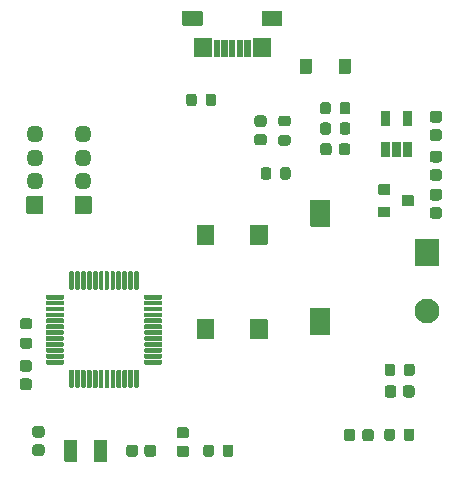
<source format=gts>
G04 #@! TF.GenerationSoftware,KiCad,Pcbnew,5.1.8*
G04 #@! TF.CreationDate,2021-01-23T15:50:44+08:00*
G04 #@! TF.ProjectId,medicine_timer_pcb,6d656469-6369-46e6-955f-74696d65725f,rev?*
G04 #@! TF.SameCoordinates,Original*
G04 #@! TF.FileFunction,Soldermask,Top*
G04 #@! TF.FilePolarity,Negative*
%FSLAX46Y46*%
G04 Gerber Fmt 4.6, Leading zero omitted, Abs format (unit mm)*
G04 Created by KiCad (PCBNEW 5.1.8) date 2021-01-23 15:50:44*
%MOMM*%
%LPD*%
G01*
G04 APERTURE LIST*
%ADD10C,2.100000*%
%ADD11O,1.450000X1.450000*%
G04 APERTURE END LIST*
G36*
G01*
X101575000Y-79570000D02*
X101575000Y-80950000D01*
G75*
G02*
X101525000Y-81000000I-50000J0D01*
G01*
X101075000Y-81000000D01*
G75*
G02*
X101025000Y-80950000I0J50000D01*
G01*
X101025000Y-79570000D01*
G75*
G02*
X101075000Y-79520000I50000J0D01*
G01*
X101525000Y-79520000D01*
G75*
G02*
X101575000Y-79570000I0J-50000D01*
G01*
G37*
G36*
G01*
X100925000Y-79570000D02*
X100925000Y-80950000D01*
G75*
G02*
X100875000Y-81000000I-50000J0D01*
G01*
X100425000Y-81000000D01*
G75*
G02*
X100375000Y-80950000I0J50000D01*
G01*
X100375000Y-79570000D01*
G75*
G02*
X100425000Y-79520000I50000J0D01*
G01*
X100875000Y-79520000D01*
G75*
G02*
X100925000Y-79570000I0J-50000D01*
G01*
G37*
G36*
G01*
X100275000Y-79570000D02*
X100275000Y-80950000D01*
G75*
G02*
X100225000Y-81000000I-50000J0D01*
G01*
X99775000Y-81000000D01*
G75*
G02*
X99725000Y-80950000I0J50000D01*
G01*
X99725000Y-79570000D01*
G75*
G02*
X99775000Y-79520000I50000J0D01*
G01*
X100225000Y-79520000D01*
G75*
G02*
X100275000Y-79570000I0J-50000D01*
G01*
G37*
G36*
G01*
X99625000Y-79570000D02*
X99625000Y-80950000D01*
G75*
G02*
X99575000Y-81000000I-50000J0D01*
G01*
X99125000Y-81000000D01*
G75*
G02*
X99075000Y-80950000I0J50000D01*
G01*
X99075000Y-79570000D01*
G75*
G02*
X99125000Y-79520000I50000J0D01*
G01*
X99575000Y-79520000D01*
G75*
G02*
X99625000Y-79570000I0J-50000D01*
G01*
G37*
G36*
G01*
X98975000Y-79570000D02*
X98975000Y-80950000D01*
G75*
G02*
X98925000Y-81000000I-50000J0D01*
G01*
X98475000Y-81000000D01*
G75*
G02*
X98425000Y-80950000I0J50000D01*
G01*
X98425000Y-79570000D01*
G75*
G02*
X98475000Y-79520000I50000J0D01*
G01*
X98925000Y-79520000D01*
G75*
G02*
X98975000Y-79570000I0J-50000D01*
G01*
G37*
G36*
G01*
X103250000Y-79400000D02*
X103250000Y-80950000D01*
G75*
G02*
X103200000Y-81000000I-50000J0D01*
G01*
X101775000Y-81000000D01*
G75*
G02*
X101725000Y-80950000I0J50000D01*
G01*
X101725000Y-79400000D01*
G75*
G02*
X101775000Y-79350000I50000J0D01*
G01*
X103200000Y-79350000D01*
G75*
G02*
X103250000Y-79400000I0J-50000D01*
G01*
G37*
G36*
G01*
X98275000Y-79400000D02*
X98275000Y-80950000D01*
G75*
G02*
X98225000Y-81000000I-50000J0D01*
G01*
X96800000Y-81000000D01*
G75*
G02*
X96750000Y-80950000I0J50000D01*
G01*
X96750000Y-79400000D01*
G75*
G02*
X96800000Y-79350000I50000J0D01*
G01*
X98225000Y-79350000D01*
G75*
G02*
X98275000Y-79400000I0J-50000D01*
G01*
G37*
G36*
G01*
X104250000Y-77150000D02*
X104250000Y-78250000D01*
G75*
G02*
X104200000Y-78300000I-50000J0D01*
G01*
X102550000Y-78300000D01*
G75*
G02*
X102500000Y-78250000I0J50000D01*
G01*
X102500000Y-77150000D01*
G75*
G02*
X102550000Y-77100000I50000J0D01*
G01*
X104200000Y-77100000D01*
G75*
G02*
X104250000Y-77150000I0J-50000D01*
G01*
G37*
G36*
G01*
X97500000Y-77150000D02*
X97500000Y-78250000D01*
G75*
G02*
X97450000Y-78300000I-50000J0D01*
G01*
X95800000Y-78300000D01*
G75*
G02*
X95750000Y-78250000I0J50000D01*
G01*
X95750000Y-77150000D01*
G75*
G02*
X95800000Y-77100000I50000J0D01*
G01*
X97450000Y-77100000D01*
G75*
G02*
X97500000Y-77150000I0J-50000D01*
G01*
G37*
G36*
G01*
X89400000Y-113400000D02*
X89400000Y-115200000D01*
G75*
G02*
X89350000Y-115250000I-50000J0D01*
G01*
X88350000Y-115250000D01*
G75*
G02*
X88300000Y-115200000I0J50000D01*
G01*
X88300000Y-113400000D01*
G75*
G02*
X88350000Y-113350000I50000J0D01*
G01*
X89350000Y-113350000D01*
G75*
G02*
X89400000Y-113400000I0J-50000D01*
G01*
G37*
G36*
G01*
X86900000Y-113400000D02*
X86900000Y-115200000D01*
G75*
G02*
X86850000Y-115250000I-50000J0D01*
G01*
X85850000Y-115250000D01*
G75*
G02*
X85800000Y-115200000I0J50000D01*
G01*
X85800000Y-113400000D01*
G75*
G02*
X85850000Y-113350000I50000J0D01*
G01*
X86850000Y-113350000D01*
G75*
G02*
X86900000Y-113400000I0J-50000D01*
G01*
G37*
G36*
G01*
X117550000Y-96400000D02*
X117550000Y-98600000D01*
G75*
G02*
X117500000Y-98650000I-50000J0D01*
G01*
X115500000Y-98650000D01*
G75*
G02*
X115450000Y-98600000I0J50000D01*
G01*
X115450000Y-96400000D01*
G75*
G02*
X115500000Y-96350000I50000J0D01*
G01*
X117500000Y-96350000D01*
G75*
G02*
X117550000Y-96400000I0J-50000D01*
G01*
G37*
D10*
X116500000Y-102500000D03*
G36*
G01*
X97750000Y-84900000D02*
X97750000Y-84300000D01*
G75*
G02*
X97975000Y-84075000I225000J0D01*
G01*
X98425000Y-84075000D01*
G75*
G02*
X98650000Y-84300000I0J-225000D01*
G01*
X98650000Y-84900000D01*
G75*
G02*
X98425000Y-85125000I-225000J0D01*
G01*
X97975000Y-85125000D01*
G75*
G02*
X97750000Y-84900000I0J225000D01*
G01*
G37*
G36*
G01*
X96100000Y-84900000D02*
X96100000Y-84300000D01*
G75*
G02*
X96325000Y-84075000I225000J0D01*
G01*
X96775000Y-84075000D01*
G75*
G02*
X97000000Y-84300000I0J-225000D01*
G01*
X97000000Y-84900000D01*
G75*
G02*
X96775000Y-85125000I-225000J0D01*
G01*
X96325000Y-85125000D01*
G75*
G02*
X96100000Y-84900000I0J225000D01*
G01*
G37*
G36*
G01*
X106725000Y-81150000D02*
X106725000Y-82350000D01*
G75*
G02*
X106675000Y-82400000I-50000J0D01*
G01*
X105775000Y-82400000D01*
G75*
G02*
X105725000Y-82350000I0J50000D01*
G01*
X105725000Y-81150000D01*
G75*
G02*
X105775000Y-81100000I50000J0D01*
G01*
X106675000Y-81100000D01*
G75*
G02*
X106725000Y-81150000I0J-50000D01*
G01*
G37*
G36*
G01*
X110025000Y-81150000D02*
X110025000Y-82350000D01*
G75*
G02*
X109975000Y-82400000I-50000J0D01*
G01*
X109075000Y-82400000D01*
G75*
G02*
X109025000Y-82350000I0J50000D01*
G01*
X109025000Y-81150000D01*
G75*
G02*
X109075000Y-81100000I50000J0D01*
G01*
X109975000Y-81100000D01*
G75*
G02*
X110025000Y-81150000I0J-50000D01*
G01*
G37*
D11*
X83275000Y-87500000D03*
X83275000Y-89500000D03*
X83275000Y-91500000D03*
G36*
G01*
X84000000Y-92825000D02*
X84000000Y-94175000D01*
G75*
G02*
X83950000Y-94225000I-50000J0D01*
G01*
X82600000Y-94225000D01*
G75*
G02*
X82550000Y-94175000I0J50000D01*
G01*
X82550000Y-92825000D01*
G75*
G02*
X82600000Y-92775000I50000J0D01*
G01*
X83950000Y-92775000D01*
G75*
G02*
X84000000Y-92825000I0J-50000D01*
G01*
G37*
X87400000Y-87500000D03*
X87400000Y-89500000D03*
X87400000Y-91500000D03*
G36*
G01*
X88125000Y-92825000D02*
X88125000Y-94175000D01*
G75*
G02*
X88075000Y-94225000I-50000J0D01*
G01*
X86725000Y-94225000D01*
G75*
G02*
X86675000Y-94175000I0J50000D01*
G01*
X86675000Y-92825000D01*
G75*
G02*
X86725000Y-92775000I50000J0D01*
G01*
X88075000Y-92775000D01*
G75*
G02*
X88125000Y-92825000I0J-50000D01*
G01*
G37*
G36*
G01*
X85675000Y-107000000D02*
X84300000Y-107000000D01*
G75*
G02*
X84200000Y-106900000I0J100000D01*
G01*
X84200000Y-106700000D01*
G75*
G02*
X84300000Y-106600000I100000J0D01*
G01*
X85675000Y-106600000D01*
G75*
G02*
X85775000Y-106700000I0J-100000D01*
G01*
X85775000Y-106900000D01*
G75*
G02*
X85675000Y-107000000I-100000J0D01*
G01*
G37*
G36*
G01*
X85675000Y-106500000D02*
X84300000Y-106500000D01*
G75*
G02*
X84200000Y-106400000I0J100000D01*
G01*
X84200000Y-106200000D01*
G75*
G02*
X84300000Y-106100000I100000J0D01*
G01*
X85675000Y-106100000D01*
G75*
G02*
X85775000Y-106200000I0J-100000D01*
G01*
X85775000Y-106400000D01*
G75*
G02*
X85675000Y-106500000I-100000J0D01*
G01*
G37*
G36*
G01*
X85675000Y-106000000D02*
X84300000Y-106000000D01*
G75*
G02*
X84200000Y-105900000I0J100000D01*
G01*
X84200000Y-105700000D01*
G75*
G02*
X84300000Y-105600000I100000J0D01*
G01*
X85675000Y-105600000D01*
G75*
G02*
X85775000Y-105700000I0J-100000D01*
G01*
X85775000Y-105900000D01*
G75*
G02*
X85675000Y-106000000I-100000J0D01*
G01*
G37*
G36*
G01*
X85675000Y-105500000D02*
X84300000Y-105500000D01*
G75*
G02*
X84200000Y-105400000I0J100000D01*
G01*
X84200000Y-105200000D01*
G75*
G02*
X84300000Y-105100000I100000J0D01*
G01*
X85675000Y-105100000D01*
G75*
G02*
X85775000Y-105200000I0J-100000D01*
G01*
X85775000Y-105400000D01*
G75*
G02*
X85675000Y-105500000I-100000J0D01*
G01*
G37*
G36*
G01*
X85675000Y-105000000D02*
X84300000Y-105000000D01*
G75*
G02*
X84200000Y-104900000I0J100000D01*
G01*
X84200000Y-104700000D01*
G75*
G02*
X84300000Y-104600000I100000J0D01*
G01*
X85675000Y-104600000D01*
G75*
G02*
X85775000Y-104700000I0J-100000D01*
G01*
X85775000Y-104900000D01*
G75*
G02*
X85675000Y-105000000I-100000J0D01*
G01*
G37*
G36*
G01*
X85675000Y-104500000D02*
X84300000Y-104500000D01*
G75*
G02*
X84200000Y-104400000I0J100000D01*
G01*
X84200000Y-104200000D01*
G75*
G02*
X84300000Y-104100000I100000J0D01*
G01*
X85675000Y-104100000D01*
G75*
G02*
X85775000Y-104200000I0J-100000D01*
G01*
X85775000Y-104400000D01*
G75*
G02*
X85675000Y-104500000I-100000J0D01*
G01*
G37*
G36*
G01*
X85675000Y-104000000D02*
X84300000Y-104000000D01*
G75*
G02*
X84200000Y-103900000I0J100000D01*
G01*
X84200000Y-103700000D01*
G75*
G02*
X84300000Y-103600000I100000J0D01*
G01*
X85675000Y-103600000D01*
G75*
G02*
X85775000Y-103700000I0J-100000D01*
G01*
X85775000Y-103900000D01*
G75*
G02*
X85675000Y-104000000I-100000J0D01*
G01*
G37*
G36*
G01*
X85675000Y-103500000D02*
X84300000Y-103500000D01*
G75*
G02*
X84200000Y-103400000I0J100000D01*
G01*
X84200000Y-103200000D01*
G75*
G02*
X84300000Y-103100000I100000J0D01*
G01*
X85675000Y-103100000D01*
G75*
G02*
X85775000Y-103200000I0J-100000D01*
G01*
X85775000Y-103400000D01*
G75*
G02*
X85675000Y-103500000I-100000J0D01*
G01*
G37*
G36*
G01*
X85675000Y-103000000D02*
X84300000Y-103000000D01*
G75*
G02*
X84200000Y-102900000I0J100000D01*
G01*
X84200000Y-102700000D01*
G75*
G02*
X84300000Y-102600000I100000J0D01*
G01*
X85675000Y-102600000D01*
G75*
G02*
X85775000Y-102700000I0J-100000D01*
G01*
X85775000Y-102900000D01*
G75*
G02*
X85675000Y-103000000I-100000J0D01*
G01*
G37*
G36*
G01*
X85675000Y-102500000D02*
X84300000Y-102500000D01*
G75*
G02*
X84200000Y-102400000I0J100000D01*
G01*
X84200000Y-102200000D01*
G75*
G02*
X84300000Y-102100000I100000J0D01*
G01*
X85675000Y-102100000D01*
G75*
G02*
X85775000Y-102200000I0J-100000D01*
G01*
X85775000Y-102400000D01*
G75*
G02*
X85675000Y-102500000I-100000J0D01*
G01*
G37*
G36*
G01*
X85675000Y-102000000D02*
X84300000Y-102000000D01*
G75*
G02*
X84200000Y-101900000I0J100000D01*
G01*
X84200000Y-101700000D01*
G75*
G02*
X84300000Y-101600000I100000J0D01*
G01*
X85675000Y-101600000D01*
G75*
G02*
X85775000Y-101700000I0J-100000D01*
G01*
X85775000Y-101900000D01*
G75*
G02*
X85675000Y-102000000I-100000J0D01*
G01*
G37*
G36*
G01*
X85675000Y-101500000D02*
X84300000Y-101500000D01*
G75*
G02*
X84200000Y-101400000I0J100000D01*
G01*
X84200000Y-101200000D01*
G75*
G02*
X84300000Y-101100000I100000J0D01*
G01*
X85675000Y-101100000D01*
G75*
G02*
X85775000Y-101200000I0J-100000D01*
G01*
X85775000Y-101400000D01*
G75*
G02*
X85675000Y-101500000I-100000J0D01*
G01*
G37*
G36*
G01*
X86500000Y-100675000D02*
X86300000Y-100675000D01*
G75*
G02*
X86200000Y-100575000I0J100000D01*
G01*
X86200000Y-99200000D01*
G75*
G02*
X86300000Y-99100000I100000J0D01*
G01*
X86500000Y-99100000D01*
G75*
G02*
X86600000Y-99200000I0J-100000D01*
G01*
X86600000Y-100575000D01*
G75*
G02*
X86500000Y-100675000I-100000J0D01*
G01*
G37*
G36*
G01*
X87000000Y-100675000D02*
X86800000Y-100675000D01*
G75*
G02*
X86700000Y-100575000I0J100000D01*
G01*
X86700000Y-99200000D01*
G75*
G02*
X86800000Y-99100000I100000J0D01*
G01*
X87000000Y-99100000D01*
G75*
G02*
X87100000Y-99200000I0J-100000D01*
G01*
X87100000Y-100575000D01*
G75*
G02*
X87000000Y-100675000I-100000J0D01*
G01*
G37*
G36*
G01*
X87500000Y-100675000D02*
X87300000Y-100675000D01*
G75*
G02*
X87200000Y-100575000I0J100000D01*
G01*
X87200000Y-99200000D01*
G75*
G02*
X87300000Y-99100000I100000J0D01*
G01*
X87500000Y-99100000D01*
G75*
G02*
X87600000Y-99200000I0J-100000D01*
G01*
X87600000Y-100575000D01*
G75*
G02*
X87500000Y-100675000I-100000J0D01*
G01*
G37*
G36*
G01*
X88000000Y-100675000D02*
X87800000Y-100675000D01*
G75*
G02*
X87700000Y-100575000I0J100000D01*
G01*
X87700000Y-99200000D01*
G75*
G02*
X87800000Y-99100000I100000J0D01*
G01*
X88000000Y-99100000D01*
G75*
G02*
X88100000Y-99200000I0J-100000D01*
G01*
X88100000Y-100575000D01*
G75*
G02*
X88000000Y-100675000I-100000J0D01*
G01*
G37*
G36*
G01*
X88500000Y-100675000D02*
X88300000Y-100675000D01*
G75*
G02*
X88200000Y-100575000I0J100000D01*
G01*
X88200000Y-99200000D01*
G75*
G02*
X88300000Y-99100000I100000J0D01*
G01*
X88500000Y-99100000D01*
G75*
G02*
X88600000Y-99200000I0J-100000D01*
G01*
X88600000Y-100575000D01*
G75*
G02*
X88500000Y-100675000I-100000J0D01*
G01*
G37*
G36*
G01*
X89000000Y-100675000D02*
X88800000Y-100675000D01*
G75*
G02*
X88700000Y-100575000I0J100000D01*
G01*
X88700000Y-99200000D01*
G75*
G02*
X88800000Y-99100000I100000J0D01*
G01*
X89000000Y-99100000D01*
G75*
G02*
X89100000Y-99200000I0J-100000D01*
G01*
X89100000Y-100575000D01*
G75*
G02*
X89000000Y-100675000I-100000J0D01*
G01*
G37*
G36*
G01*
X89500000Y-100675000D02*
X89300000Y-100675000D01*
G75*
G02*
X89200000Y-100575000I0J100000D01*
G01*
X89200000Y-99200000D01*
G75*
G02*
X89300000Y-99100000I100000J0D01*
G01*
X89500000Y-99100000D01*
G75*
G02*
X89600000Y-99200000I0J-100000D01*
G01*
X89600000Y-100575000D01*
G75*
G02*
X89500000Y-100675000I-100000J0D01*
G01*
G37*
G36*
G01*
X90000000Y-100675000D02*
X89800000Y-100675000D01*
G75*
G02*
X89700000Y-100575000I0J100000D01*
G01*
X89700000Y-99200000D01*
G75*
G02*
X89800000Y-99100000I100000J0D01*
G01*
X90000000Y-99100000D01*
G75*
G02*
X90100000Y-99200000I0J-100000D01*
G01*
X90100000Y-100575000D01*
G75*
G02*
X90000000Y-100675000I-100000J0D01*
G01*
G37*
G36*
G01*
X90500000Y-100675000D02*
X90300000Y-100675000D01*
G75*
G02*
X90200000Y-100575000I0J100000D01*
G01*
X90200000Y-99200000D01*
G75*
G02*
X90300000Y-99100000I100000J0D01*
G01*
X90500000Y-99100000D01*
G75*
G02*
X90600000Y-99200000I0J-100000D01*
G01*
X90600000Y-100575000D01*
G75*
G02*
X90500000Y-100675000I-100000J0D01*
G01*
G37*
G36*
G01*
X91000000Y-100675000D02*
X90800000Y-100675000D01*
G75*
G02*
X90700000Y-100575000I0J100000D01*
G01*
X90700000Y-99200000D01*
G75*
G02*
X90800000Y-99100000I100000J0D01*
G01*
X91000000Y-99100000D01*
G75*
G02*
X91100000Y-99200000I0J-100000D01*
G01*
X91100000Y-100575000D01*
G75*
G02*
X91000000Y-100675000I-100000J0D01*
G01*
G37*
G36*
G01*
X91500000Y-100675000D02*
X91300000Y-100675000D01*
G75*
G02*
X91200000Y-100575000I0J100000D01*
G01*
X91200000Y-99200000D01*
G75*
G02*
X91300000Y-99100000I100000J0D01*
G01*
X91500000Y-99100000D01*
G75*
G02*
X91600000Y-99200000I0J-100000D01*
G01*
X91600000Y-100575000D01*
G75*
G02*
X91500000Y-100675000I-100000J0D01*
G01*
G37*
G36*
G01*
X92000000Y-100675000D02*
X91800000Y-100675000D01*
G75*
G02*
X91700000Y-100575000I0J100000D01*
G01*
X91700000Y-99200000D01*
G75*
G02*
X91800000Y-99100000I100000J0D01*
G01*
X92000000Y-99100000D01*
G75*
G02*
X92100000Y-99200000I0J-100000D01*
G01*
X92100000Y-100575000D01*
G75*
G02*
X92000000Y-100675000I-100000J0D01*
G01*
G37*
G36*
G01*
X94000000Y-101500000D02*
X92625000Y-101500000D01*
G75*
G02*
X92525000Y-101400000I0J100000D01*
G01*
X92525000Y-101200000D01*
G75*
G02*
X92625000Y-101100000I100000J0D01*
G01*
X94000000Y-101100000D01*
G75*
G02*
X94100000Y-101200000I0J-100000D01*
G01*
X94100000Y-101400000D01*
G75*
G02*
X94000000Y-101500000I-100000J0D01*
G01*
G37*
G36*
G01*
X94000000Y-102000000D02*
X92625000Y-102000000D01*
G75*
G02*
X92525000Y-101900000I0J100000D01*
G01*
X92525000Y-101700000D01*
G75*
G02*
X92625000Y-101600000I100000J0D01*
G01*
X94000000Y-101600000D01*
G75*
G02*
X94100000Y-101700000I0J-100000D01*
G01*
X94100000Y-101900000D01*
G75*
G02*
X94000000Y-102000000I-100000J0D01*
G01*
G37*
G36*
G01*
X94000000Y-102500000D02*
X92625000Y-102500000D01*
G75*
G02*
X92525000Y-102400000I0J100000D01*
G01*
X92525000Y-102200000D01*
G75*
G02*
X92625000Y-102100000I100000J0D01*
G01*
X94000000Y-102100000D01*
G75*
G02*
X94100000Y-102200000I0J-100000D01*
G01*
X94100000Y-102400000D01*
G75*
G02*
X94000000Y-102500000I-100000J0D01*
G01*
G37*
G36*
G01*
X94000000Y-103000000D02*
X92625000Y-103000000D01*
G75*
G02*
X92525000Y-102900000I0J100000D01*
G01*
X92525000Y-102700000D01*
G75*
G02*
X92625000Y-102600000I100000J0D01*
G01*
X94000000Y-102600000D01*
G75*
G02*
X94100000Y-102700000I0J-100000D01*
G01*
X94100000Y-102900000D01*
G75*
G02*
X94000000Y-103000000I-100000J0D01*
G01*
G37*
G36*
G01*
X94000000Y-103500000D02*
X92625000Y-103500000D01*
G75*
G02*
X92525000Y-103400000I0J100000D01*
G01*
X92525000Y-103200000D01*
G75*
G02*
X92625000Y-103100000I100000J0D01*
G01*
X94000000Y-103100000D01*
G75*
G02*
X94100000Y-103200000I0J-100000D01*
G01*
X94100000Y-103400000D01*
G75*
G02*
X94000000Y-103500000I-100000J0D01*
G01*
G37*
G36*
G01*
X94000000Y-104000000D02*
X92625000Y-104000000D01*
G75*
G02*
X92525000Y-103900000I0J100000D01*
G01*
X92525000Y-103700000D01*
G75*
G02*
X92625000Y-103600000I100000J0D01*
G01*
X94000000Y-103600000D01*
G75*
G02*
X94100000Y-103700000I0J-100000D01*
G01*
X94100000Y-103900000D01*
G75*
G02*
X94000000Y-104000000I-100000J0D01*
G01*
G37*
G36*
G01*
X94000000Y-104500000D02*
X92625000Y-104500000D01*
G75*
G02*
X92525000Y-104400000I0J100000D01*
G01*
X92525000Y-104200000D01*
G75*
G02*
X92625000Y-104100000I100000J0D01*
G01*
X94000000Y-104100000D01*
G75*
G02*
X94100000Y-104200000I0J-100000D01*
G01*
X94100000Y-104400000D01*
G75*
G02*
X94000000Y-104500000I-100000J0D01*
G01*
G37*
G36*
G01*
X94000000Y-105000000D02*
X92625000Y-105000000D01*
G75*
G02*
X92525000Y-104900000I0J100000D01*
G01*
X92525000Y-104700000D01*
G75*
G02*
X92625000Y-104600000I100000J0D01*
G01*
X94000000Y-104600000D01*
G75*
G02*
X94100000Y-104700000I0J-100000D01*
G01*
X94100000Y-104900000D01*
G75*
G02*
X94000000Y-105000000I-100000J0D01*
G01*
G37*
G36*
G01*
X94000000Y-105500000D02*
X92625000Y-105500000D01*
G75*
G02*
X92525000Y-105400000I0J100000D01*
G01*
X92525000Y-105200000D01*
G75*
G02*
X92625000Y-105100000I100000J0D01*
G01*
X94000000Y-105100000D01*
G75*
G02*
X94100000Y-105200000I0J-100000D01*
G01*
X94100000Y-105400000D01*
G75*
G02*
X94000000Y-105500000I-100000J0D01*
G01*
G37*
G36*
G01*
X94000000Y-106000000D02*
X92625000Y-106000000D01*
G75*
G02*
X92525000Y-105900000I0J100000D01*
G01*
X92525000Y-105700000D01*
G75*
G02*
X92625000Y-105600000I100000J0D01*
G01*
X94000000Y-105600000D01*
G75*
G02*
X94100000Y-105700000I0J-100000D01*
G01*
X94100000Y-105900000D01*
G75*
G02*
X94000000Y-106000000I-100000J0D01*
G01*
G37*
G36*
G01*
X94000000Y-106500000D02*
X92625000Y-106500000D01*
G75*
G02*
X92525000Y-106400000I0J100000D01*
G01*
X92525000Y-106200000D01*
G75*
G02*
X92625000Y-106100000I100000J0D01*
G01*
X94000000Y-106100000D01*
G75*
G02*
X94100000Y-106200000I0J-100000D01*
G01*
X94100000Y-106400000D01*
G75*
G02*
X94000000Y-106500000I-100000J0D01*
G01*
G37*
G36*
G01*
X94000000Y-107000000D02*
X92625000Y-107000000D01*
G75*
G02*
X92525000Y-106900000I0J100000D01*
G01*
X92525000Y-106700000D01*
G75*
G02*
X92625000Y-106600000I100000J0D01*
G01*
X94000000Y-106600000D01*
G75*
G02*
X94100000Y-106700000I0J-100000D01*
G01*
X94100000Y-106900000D01*
G75*
G02*
X94000000Y-107000000I-100000J0D01*
G01*
G37*
G36*
G01*
X92000000Y-109000000D02*
X91800000Y-109000000D01*
G75*
G02*
X91700000Y-108900000I0J100000D01*
G01*
X91700000Y-107525000D01*
G75*
G02*
X91800000Y-107425000I100000J0D01*
G01*
X92000000Y-107425000D01*
G75*
G02*
X92100000Y-107525000I0J-100000D01*
G01*
X92100000Y-108900000D01*
G75*
G02*
X92000000Y-109000000I-100000J0D01*
G01*
G37*
G36*
G01*
X91500000Y-109000000D02*
X91300000Y-109000000D01*
G75*
G02*
X91200000Y-108900000I0J100000D01*
G01*
X91200000Y-107525000D01*
G75*
G02*
X91300000Y-107425000I100000J0D01*
G01*
X91500000Y-107425000D01*
G75*
G02*
X91600000Y-107525000I0J-100000D01*
G01*
X91600000Y-108900000D01*
G75*
G02*
X91500000Y-109000000I-100000J0D01*
G01*
G37*
G36*
G01*
X91000000Y-109000000D02*
X90800000Y-109000000D01*
G75*
G02*
X90700000Y-108900000I0J100000D01*
G01*
X90700000Y-107525000D01*
G75*
G02*
X90800000Y-107425000I100000J0D01*
G01*
X91000000Y-107425000D01*
G75*
G02*
X91100000Y-107525000I0J-100000D01*
G01*
X91100000Y-108900000D01*
G75*
G02*
X91000000Y-109000000I-100000J0D01*
G01*
G37*
G36*
G01*
X90500000Y-109000000D02*
X90300000Y-109000000D01*
G75*
G02*
X90200000Y-108900000I0J100000D01*
G01*
X90200000Y-107525000D01*
G75*
G02*
X90300000Y-107425000I100000J0D01*
G01*
X90500000Y-107425000D01*
G75*
G02*
X90600000Y-107525000I0J-100000D01*
G01*
X90600000Y-108900000D01*
G75*
G02*
X90500000Y-109000000I-100000J0D01*
G01*
G37*
G36*
G01*
X90000000Y-109000000D02*
X89800000Y-109000000D01*
G75*
G02*
X89700000Y-108900000I0J100000D01*
G01*
X89700000Y-107525000D01*
G75*
G02*
X89800000Y-107425000I100000J0D01*
G01*
X90000000Y-107425000D01*
G75*
G02*
X90100000Y-107525000I0J-100000D01*
G01*
X90100000Y-108900000D01*
G75*
G02*
X90000000Y-109000000I-100000J0D01*
G01*
G37*
G36*
G01*
X89500000Y-109000000D02*
X89300000Y-109000000D01*
G75*
G02*
X89200000Y-108900000I0J100000D01*
G01*
X89200000Y-107525000D01*
G75*
G02*
X89300000Y-107425000I100000J0D01*
G01*
X89500000Y-107425000D01*
G75*
G02*
X89600000Y-107525000I0J-100000D01*
G01*
X89600000Y-108900000D01*
G75*
G02*
X89500000Y-109000000I-100000J0D01*
G01*
G37*
G36*
G01*
X89000000Y-109000000D02*
X88800000Y-109000000D01*
G75*
G02*
X88700000Y-108900000I0J100000D01*
G01*
X88700000Y-107525000D01*
G75*
G02*
X88800000Y-107425000I100000J0D01*
G01*
X89000000Y-107425000D01*
G75*
G02*
X89100000Y-107525000I0J-100000D01*
G01*
X89100000Y-108900000D01*
G75*
G02*
X89000000Y-109000000I-100000J0D01*
G01*
G37*
G36*
G01*
X88500000Y-109000000D02*
X88300000Y-109000000D01*
G75*
G02*
X88200000Y-108900000I0J100000D01*
G01*
X88200000Y-107525000D01*
G75*
G02*
X88300000Y-107425000I100000J0D01*
G01*
X88500000Y-107425000D01*
G75*
G02*
X88600000Y-107525000I0J-100000D01*
G01*
X88600000Y-108900000D01*
G75*
G02*
X88500000Y-109000000I-100000J0D01*
G01*
G37*
G36*
G01*
X88000000Y-109000000D02*
X87800000Y-109000000D01*
G75*
G02*
X87700000Y-108900000I0J100000D01*
G01*
X87700000Y-107525000D01*
G75*
G02*
X87800000Y-107425000I100000J0D01*
G01*
X88000000Y-107425000D01*
G75*
G02*
X88100000Y-107525000I0J-100000D01*
G01*
X88100000Y-108900000D01*
G75*
G02*
X88000000Y-109000000I-100000J0D01*
G01*
G37*
G36*
G01*
X87500000Y-109000000D02*
X87300000Y-109000000D01*
G75*
G02*
X87200000Y-108900000I0J100000D01*
G01*
X87200000Y-107525000D01*
G75*
G02*
X87300000Y-107425000I100000J0D01*
G01*
X87500000Y-107425000D01*
G75*
G02*
X87600000Y-107525000I0J-100000D01*
G01*
X87600000Y-108900000D01*
G75*
G02*
X87500000Y-109000000I-100000J0D01*
G01*
G37*
G36*
G01*
X87000000Y-109000000D02*
X86800000Y-109000000D01*
G75*
G02*
X86700000Y-108900000I0J100000D01*
G01*
X86700000Y-107525000D01*
G75*
G02*
X86800000Y-107425000I100000J0D01*
G01*
X87000000Y-107425000D01*
G75*
G02*
X87100000Y-107525000I0J-100000D01*
G01*
X87100000Y-108900000D01*
G75*
G02*
X87000000Y-109000000I-100000J0D01*
G01*
G37*
G36*
G01*
X86500000Y-109000000D02*
X86300000Y-109000000D01*
G75*
G02*
X86200000Y-108900000I0J100000D01*
G01*
X86200000Y-107525000D01*
G75*
G02*
X86300000Y-107425000I100000J0D01*
G01*
X86500000Y-107425000D01*
G75*
G02*
X86600000Y-107525000I0J-100000D01*
G01*
X86600000Y-108900000D01*
G75*
G02*
X86500000Y-109000000I-100000J0D01*
G01*
G37*
G36*
G01*
X114375000Y-93525000D02*
X114375000Y-92725000D01*
G75*
G02*
X114425000Y-92675000I50000J0D01*
G01*
X115325000Y-92675000D01*
G75*
G02*
X115375000Y-92725000I0J-50000D01*
G01*
X115375000Y-93525000D01*
G75*
G02*
X115325000Y-93575000I-50000J0D01*
G01*
X114425000Y-93575000D01*
G75*
G02*
X114375000Y-93525000I0J50000D01*
G01*
G37*
G36*
G01*
X112375000Y-94475000D02*
X112375000Y-93675000D01*
G75*
G02*
X112425000Y-93625000I50000J0D01*
G01*
X113325000Y-93625000D01*
G75*
G02*
X113375000Y-93675000I0J-50000D01*
G01*
X113375000Y-94475000D01*
G75*
G02*
X113325000Y-94525000I-50000J0D01*
G01*
X112425000Y-94525000D01*
G75*
G02*
X112375000Y-94475000I0J50000D01*
G01*
G37*
G36*
G01*
X112375000Y-92575000D02*
X112375000Y-91775000D01*
G75*
G02*
X112425000Y-91725000I50000J0D01*
G01*
X113325000Y-91725000D01*
G75*
G02*
X113375000Y-91775000I0J-50000D01*
G01*
X113375000Y-92575000D01*
G75*
G02*
X113325000Y-92625000I-50000J0D01*
G01*
X112425000Y-92625000D01*
G75*
G02*
X112375000Y-92575000I0J50000D01*
G01*
G37*
G36*
G01*
X108250000Y-95325000D02*
X106650000Y-95325000D01*
G75*
G02*
X106600000Y-95275000I0J50000D01*
G01*
X106600000Y-93095000D01*
G75*
G02*
X106650000Y-93045000I50000J0D01*
G01*
X108250000Y-93045000D01*
G75*
G02*
X108300000Y-93095000I0J-50000D01*
G01*
X108300000Y-95275000D01*
G75*
G02*
X108250000Y-95325000I-50000J0D01*
G01*
G37*
G36*
G01*
X108250000Y-104505000D02*
X106650000Y-104505000D01*
G75*
G02*
X106600000Y-104455000I0J50000D01*
G01*
X106600000Y-102275000D01*
G75*
G02*
X106650000Y-102225000I50000J0D01*
G01*
X108250000Y-102225000D01*
G75*
G02*
X108300000Y-102275000I0J-50000D01*
G01*
X108300000Y-104455000D01*
G75*
G02*
X108250000Y-104505000I-50000J0D01*
G01*
G37*
G36*
G01*
X98450000Y-96850000D02*
X97050000Y-96850000D01*
G75*
G02*
X97000000Y-96800000I0J50000D01*
G01*
X97000000Y-95200000D01*
G75*
G02*
X97050000Y-95150000I50000J0D01*
G01*
X98450000Y-95150000D01*
G75*
G02*
X98500000Y-95200000I0J-50000D01*
G01*
X98500000Y-96800000D01*
G75*
G02*
X98450000Y-96850000I-50000J0D01*
G01*
G37*
G36*
G01*
X98450000Y-104850000D02*
X97050000Y-104850000D01*
G75*
G02*
X97000000Y-104800000I0J50000D01*
G01*
X97000000Y-103200000D01*
G75*
G02*
X97050000Y-103150000I50000J0D01*
G01*
X98450000Y-103150000D01*
G75*
G02*
X98500000Y-103200000I0J-50000D01*
G01*
X98500000Y-104800000D01*
G75*
G02*
X98450000Y-104850000I-50000J0D01*
G01*
G37*
G36*
G01*
X102950000Y-96850000D02*
X101550000Y-96850000D01*
G75*
G02*
X101500000Y-96800000I0J50000D01*
G01*
X101500000Y-95200000D01*
G75*
G02*
X101550000Y-95150000I50000J0D01*
G01*
X102950000Y-95150000D01*
G75*
G02*
X103000000Y-95200000I0J-50000D01*
G01*
X103000000Y-96800000D01*
G75*
G02*
X102950000Y-96850000I-50000J0D01*
G01*
G37*
G36*
G01*
X102950000Y-104850000D02*
X101550000Y-104850000D01*
G75*
G02*
X101500000Y-104800000I0J50000D01*
G01*
X101500000Y-103200000D01*
G75*
G02*
X101550000Y-103150000I50000J0D01*
G01*
X102950000Y-103150000D01*
G75*
G02*
X103000000Y-103200000I0J-50000D01*
G01*
X103000000Y-104800000D01*
G75*
G02*
X102950000Y-104850000I-50000J0D01*
G01*
G37*
G36*
G01*
X113275000Y-86825000D02*
X112625000Y-86825000D01*
G75*
G02*
X112575000Y-86775000I0J50000D01*
G01*
X112575000Y-85555000D01*
G75*
G02*
X112625000Y-85505000I50000J0D01*
G01*
X113275000Y-85505000D01*
G75*
G02*
X113325000Y-85555000I0J-50000D01*
G01*
X113325000Y-86775000D01*
G75*
G02*
X113275000Y-86825000I-50000J0D01*
G01*
G37*
G36*
G01*
X115175000Y-86825000D02*
X114525000Y-86825000D01*
G75*
G02*
X114475000Y-86775000I0J50000D01*
G01*
X114475000Y-85555000D01*
G75*
G02*
X114525000Y-85505000I50000J0D01*
G01*
X115175000Y-85505000D01*
G75*
G02*
X115225000Y-85555000I0J-50000D01*
G01*
X115225000Y-86775000D01*
G75*
G02*
X115175000Y-86825000I-50000J0D01*
G01*
G37*
G36*
G01*
X115175000Y-89445000D02*
X114525000Y-89445000D01*
G75*
G02*
X114475000Y-89395000I0J50000D01*
G01*
X114475000Y-88175000D01*
G75*
G02*
X114525000Y-88125000I50000J0D01*
G01*
X115175000Y-88125000D01*
G75*
G02*
X115225000Y-88175000I0J-50000D01*
G01*
X115225000Y-89395000D01*
G75*
G02*
X115175000Y-89445000I-50000J0D01*
G01*
G37*
G36*
G01*
X114225000Y-89445000D02*
X113575000Y-89445000D01*
G75*
G02*
X113525000Y-89395000I0J50000D01*
G01*
X113525000Y-88175000D01*
G75*
G02*
X113575000Y-88125000I50000J0D01*
G01*
X114225000Y-88125000D01*
G75*
G02*
X114275000Y-88175000I0J-50000D01*
G01*
X114275000Y-89395000D01*
G75*
G02*
X114225000Y-89445000I-50000J0D01*
G01*
G37*
G36*
G01*
X113275000Y-89445000D02*
X112625000Y-89445000D01*
G75*
G02*
X112575000Y-89395000I0J50000D01*
G01*
X112575000Y-88175000D01*
G75*
G02*
X112625000Y-88125000I50000J0D01*
G01*
X113275000Y-88125000D01*
G75*
G02*
X113325000Y-88175000I0J-50000D01*
G01*
X113325000Y-89395000D01*
G75*
G02*
X113275000Y-89445000I-50000J0D01*
G01*
G37*
G36*
G01*
X113800000Y-107150000D02*
X113800000Y-107750000D01*
G75*
G02*
X113575000Y-107975000I-225000J0D01*
G01*
X113125000Y-107975000D01*
G75*
G02*
X112900000Y-107750000I0J225000D01*
G01*
X112900000Y-107150000D01*
G75*
G02*
X113125000Y-106925000I225000J0D01*
G01*
X113575000Y-106925000D01*
G75*
G02*
X113800000Y-107150000I0J-225000D01*
G01*
G37*
G36*
G01*
X115450000Y-107150000D02*
X115450000Y-107750000D01*
G75*
G02*
X115225000Y-107975000I-225000J0D01*
G01*
X114775000Y-107975000D01*
G75*
G02*
X114550000Y-107750000I0J225000D01*
G01*
X114550000Y-107150000D01*
G75*
G02*
X114775000Y-106925000I225000J0D01*
G01*
X115225000Y-106925000D01*
G75*
G02*
X115450000Y-107150000I0J-225000D01*
G01*
G37*
G36*
G01*
X82250000Y-104750000D02*
X82850000Y-104750000D01*
G75*
G02*
X83075000Y-104975000I0J-225000D01*
G01*
X83075000Y-105425000D01*
G75*
G02*
X82850000Y-105650000I-225000J0D01*
G01*
X82250000Y-105650000D01*
G75*
G02*
X82025000Y-105425000I0J225000D01*
G01*
X82025000Y-104975000D01*
G75*
G02*
X82250000Y-104750000I225000J0D01*
G01*
G37*
G36*
G01*
X82250000Y-103100000D02*
X82850000Y-103100000D01*
G75*
G02*
X83075000Y-103325000I0J-225000D01*
G01*
X83075000Y-103775000D01*
G75*
G02*
X82850000Y-104000000I-225000J0D01*
G01*
X82250000Y-104000000D01*
G75*
G02*
X82025000Y-103775000I0J225000D01*
G01*
X82025000Y-103325000D01*
G75*
G02*
X82250000Y-103100000I225000J0D01*
G01*
G37*
G36*
G01*
X103300000Y-90525000D02*
X103300000Y-91125000D01*
G75*
G02*
X103075000Y-91350000I-225000J0D01*
G01*
X102625000Y-91350000D01*
G75*
G02*
X102400000Y-91125000I0J225000D01*
G01*
X102400000Y-90525000D01*
G75*
G02*
X102625000Y-90300000I225000J0D01*
G01*
X103075000Y-90300000D01*
G75*
G02*
X103300000Y-90525000I0J-225000D01*
G01*
G37*
G36*
G01*
X104950000Y-90525000D02*
X104950000Y-91125000D01*
G75*
G02*
X104725000Y-91350000I-225000J0D01*
G01*
X104275000Y-91350000D01*
G75*
G02*
X104050000Y-91125000I0J225000D01*
G01*
X104050000Y-90525000D01*
G75*
G02*
X104275000Y-90300000I225000J0D01*
G01*
X104725000Y-90300000D01*
G75*
G02*
X104950000Y-90525000I0J-225000D01*
G01*
G37*
G36*
G01*
X104725000Y-86825000D02*
X104125000Y-86825000D01*
G75*
G02*
X103900000Y-86600000I0J225000D01*
G01*
X103900000Y-86150000D01*
G75*
G02*
X104125000Y-85925000I225000J0D01*
G01*
X104725000Y-85925000D01*
G75*
G02*
X104950000Y-86150000I0J-225000D01*
G01*
X104950000Y-86600000D01*
G75*
G02*
X104725000Y-86825000I-225000J0D01*
G01*
G37*
G36*
G01*
X104725000Y-88475000D02*
X104125000Y-88475000D01*
G75*
G02*
X103900000Y-88250000I0J225000D01*
G01*
X103900000Y-87800000D01*
G75*
G02*
X104125000Y-87575000I225000J0D01*
G01*
X104725000Y-87575000D01*
G75*
G02*
X104950000Y-87800000I0J-225000D01*
G01*
X104950000Y-88250000D01*
G75*
G02*
X104725000Y-88475000I-225000J0D01*
G01*
G37*
G36*
G01*
X113775000Y-112650000D02*
X113775000Y-113250000D01*
G75*
G02*
X113550000Y-113475000I-225000J0D01*
G01*
X113100000Y-113475000D01*
G75*
G02*
X112875000Y-113250000I0J225000D01*
G01*
X112875000Y-112650000D01*
G75*
G02*
X113100000Y-112425000I225000J0D01*
G01*
X113550000Y-112425000D01*
G75*
G02*
X113775000Y-112650000I0J-225000D01*
G01*
G37*
G36*
G01*
X115425000Y-112650000D02*
X115425000Y-113250000D01*
G75*
G02*
X115200000Y-113475000I-225000J0D01*
G01*
X114750000Y-113475000D01*
G75*
G02*
X114525000Y-113250000I0J225000D01*
G01*
X114525000Y-112650000D01*
G75*
G02*
X114750000Y-112425000I225000J0D01*
G01*
X115200000Y-112425000D01*
G75*
G02*
X115425000Y-112650000I0J-225000D01*
G01*
G37*
G36*
G01*
X98450000Y-114000000D02*
X98450000Y-114600000D01*
G75*
G02*
X98225000Y-114825000I-225000J0D01*
G01*
X97775000Y-114825000D01*
G75*
G02*
X97550000Y-114600000I0J225000D01*
G01*
X97550000Y-114000000D01*
G75*
G02*
X97775000Y-113775000I225000J0D01*
G01*
X98225000Y-113775000D01*
G75*
G02*
X98450000Y-114000000I0J-225000D01*
G01*
G37*
G36*
G01*
X100100000Y-114000000D02*
X100100000Y-114600000D01*
G75*
G02*
X99875000Y-114825000I-225000J0D01*
G01*
X99425000Y-114825000D01*
G75*
G02*
X99200000Y-114600000I0J225000D01*
G01*
X99200000Y-114000000D01*
G75*
G02*
X99425000Y-113775000I225000J0D01*
G01*
X99875000Y-113775000D01*
G75*
G02*
X100100000Y-114000000I0J-225000D01*
G01*
G37*
G36*
G01*
X108350000Y-85000000D02*
X108350000Y-85600000D01*
G75*
G02*
X108125000Y-85825000I-225000J0D01*
G01*
X107675000Y-85825000D01*
G75*
G02*
X107450000Y-85600000I0J225000D01*
G01*
X107450000Y-85000000D01*
G75*
G02*
X107675000Y-84775000I225000J0D01*
G01*
X108125000Y-84775000D01*
G75*
G02*
X108350000Y-85000000I0J-225000D01*
G01*
G37*
G36*
G01*
X110000000Y-85000000D02*
X110000000Y-85600000D01*
G75*
G02*
X109775000Y-85825000I-225000J0D01*
G01*
X109325000Y-85825000D01*
G75*
G02*
X109100000Y-85600000I0J225000D01*
G01*
X109100000Y-85000000D01*
G75*
G02*
X109325000Y-84775000I225000J0D01*
G01*
X109775000Y-84775000D01*
G75*
G02*
X110000000Y-85000000I0J-225000D01*
G01*
G37*
G36*
G01*
X108350000Y-86725000D02*
X108350000Y-87325000D01*
G75*
G02*
X108125000Y-87550000I-225000J0D01*
G01*
X107675000Y-87550000D01*
G75*
G02*
X107450000Y-87325000I0J225000D01*
G01*
X107450000Y-86725000D01*
G75*
G02*
X107675000Y-86500000I225000J0D01*
G01*
X108125000Y-86500000D01*
G75*
G02*
X108350000Y-86725000I0J-225000D01*
G01*
G37*
G36*
G01*
X110000000Y-86725000D02*
X110000000Y-87325000D01*
G75*
G02*
X109775000Y-87550000I-225000J0D01*
G01*
X109325000Y-87550000D01*
G75*
G02*
X109100000Y-87325000I0J225000D01*
G01*
X109100000Y-86725000D01*
G75*
G02*
X109325000Y-86500000I225000J0D01*
G01*
X109775000Y-86500000D01*
G75*
G02*
X110000000Y-86725000I0J-225000D01*
G01*
G37*
G36*
G01*
X102681250Y-86875000D02*
X102118750Y-86875000D01*
G75*
G02*
X101875000Y-86631250I0J243750D01*
G01*
X101875000Y-86143750D01*
G75*
G02*
X102118750Y-85900000I243750J0D01*
G01*
X102681250Y-85900000D01*
G75*
G02*
X102925000Y-86143750I0J-243750D01*
G01*
X102925000Y-86631250D01*
G75*
G02*
X102681250Y-86875000I-243750J0D01*
G01*
G37*
G36*
G01*
X102681250Y-88450000D02*
X102118750Y-88450000D01*
G75*
G02*
X101875000Y-88206250I0J243750D01*
G01*
X101875000Y-87718750D01*
G75*
G02*
X102118750Y-87475000I243750J0D01*
G01*
X102681250Y-87475000D01*
G75*
G02*
X102925000Y-87718750I0J-243750D01*
G01*
X102925000Y-88206250D01*
G75*
G02*
X102681250Y-88450000I-243750J0D01*
G01*
G37*
G36*
G01*
X111012500Y-113256250D02*
X111012500Y-112693750D01*
G75*
G02*
X111256250Y-112450000I243750J0D01*
G01*
X111743750Y-112450000D01*
G75*
G02*
X111987500Y-112693750I0J-243750D01*
G01*
X111987500Y-113256250D01*
G75*
G02*
X111743750Y-113500000I-243750J0D01*
G01*
X111256250Y-113500000D01*
G75*
G02*
X111012500Y-113256250I0J243750D01*
G01*
G37*
G36*
G01*
X109437500Y-113256250D02*
X109437500Y-112693750D01*
G75*
G02*
X109681250Y-112450000I243750J0D01*
G01*
X110168750Y-112450000D01*
G75*
G02*
X110412500Y-112693750I0J-243750D01*
G01*
X110412500Y-113256250D01*
G75*
G02*
X110168750Y-113500000I-243750J0D01*
G01*
X109681250Y-113500000D01*
G75*
G02*
X109437500Y-113256250I0J243750D01*
G01*
G37*
G36*
G01*
X95543750Y-113862500D02*
X96106250Y-113862500D01*
G75*
G02*
X96350000Y-114106250I0J-243750D01*
G01*
X96350000Y-114593750D01*
G75*
G02*
X96106250Y-114837500I-243750J0D01*
G01*
X95543750Y-114837500D01*
G75*
G02*
X95300000Y-114593750I0J243750D01*
G01*
X95300000Y-114106250D01*
G75*
G02*
X95543750Y-113862500I243750J0D01*
G01*
G37*
G36*
G01*
X95543750Y-112287500D02*
X96106250Y-112287500D01*
G75*
G02*
X96350000Y-112531250I0J-243750D01*
G01*
X96350000Y-113018750D01*
G75*
G02*
X96106250Y-113262500I-243750J0D01*
G01*
X95543750Y-113262500D01*
G75*
G02*
X95300000Y-113018750I0J243750D01*
G01*
X95300000Y-112531250D01*
G75*
G02*
X95543750Y-112287500I243750J0D01*
G01*
G37*
G36*
G01*
X108425000Y-88493750D02*
X108425000Y-89056250D01*
G75*
G02*
X108181250Y-89300000I-243750J0D01*
G01*
X107693750Y-89300000D01*
G75*
G02*
X107450000Y-89056250I0J243750D01*
G01*
X107450000Y-88493750D01*
G75*
G02*
X107693750Y-88250000I243750J0D01*
G01*
X108181250Y-88250000D01*
G75*
G02*
X108425000Y-88493750I0J-243750D01*
G01*
G37*
G36*
G01*
X110000000Y-88493750D02*
X110000000Y-89056250D01*
G75*
G02*
X109756250Y-89300000I-243750J0D01*
G01*
X109268750Y-89300000D01*
G75*
G02*
X109025000Y-89056250I0J243750D01*
G01*
X109025000Y-88493750D01*
G75*
G02*
X109268750Y-88250000I243750J0D01*
G01*
X109756250Y-88250000D01*
G75*
G02*
X110000000Y-88493750I0J-243750D01*
G01*
G37*
G36*
G01*
X114450000Y-109550000D02*
X114450000Y-109000000D01*
G75*
G02*
X114700000Y-108750000I250000J0D01*
G01*
X115200000Y-108750000D01*
G75*
G02*
X115450000Y-109000000I0J-250000D01*
G01*
X115450000Y-109550000D01*
G75*
G02*
X115200000Y-109800000I-250000J0D01*
G01*
X114700000Y-109800000D01*
G75*
G02*
X114450000Y-109550000I0J250000D01*
G01*
G37*
G36*
G01*
X112900000Y-109550000D02*
X112900000Y-109000000D01*
G75*
G02*
X113150000Y-108750000I250000J0D01*
G01*
X113650000Y-108750000D01*
G75*
G02*
X113900000Y-109000000I0J-250000D01*
G01*
X113900000Y-109550000D01*
G75*
G02*
X113650000Y-109800000I-250000J0D01*
G01*
X113150000Y-109800000D01*
G75*
G02*
X112900000Y-109550000I0J250000D01*
G01*
G37*
G36*
G01*
X92575000Y-114575000D02*
X92575000Y-114025000D01*
G75*
G02*
X92825000Y-113775000I250000J0D01*
G01*
X93325000Y-113775000D01*
G75*
G02*
X93575000Y-114025000I0J-250000D01*
G01*
X93575000Y-114575000D01*
G75*
G02*
X93325000Y-114825000I-250000J0D01*
G01*
X92825000Y-114825000D01*
G75*
G02*
X92575000Y-114575000I0J250000D01*
G01*
G37*
G36*
G01*
X91025000Y-114575000D02*
X91025000Y-114025000D01*
G75*
G02*
X91275000Y-113775000I250000J0D01*
G01*
X91775000Y-113775000D01*
G75*
G02*
X92025000Y-114025000I0J-250000D01*
G01*
X92025000Y-114575000D01*
G75*
G02*
X91775000Y-114825000I-250000J0D01*
G01*
X91275000Y-114825000D01*
G75*
G02*
X91025000Y-114575000I0J250000D01*
G01*
G37*
G36*
G01*
X83875000Y-113200000D02*
X83325000Y-113200000D01*
G75*
G02*
X83075000Y-112950000I0J250000D01*
G01*
X83075000Y-112450000D01*
G75*
G02*
X83325000Y-112200000I250000J0D01*
G01*
X83875000Y-112200000D01*
G75*
G02*
X84125000Y-112450000I0J-250000D01*
G01*
X84125000Y-112950000D01*
G75*
G02*
X83875000Y-113200000I-250000J0D01*
G01*
G37*
G36*
G01*
X83875000Y-114750000D02*
X83325000Y-114750000D01*
G75*
G02*
X83075000Y-114500000I0J250000D01*
G01*
X83075000Y-114000000D01*
G75*
G02*
X83325000Y-113750000I250000J0D01*
G01*
X83875000Y-113750000D01*
G75*
G02*
X84125000Y-114000000I0J-250000D01*
G01*
X84125000Y-114500000D01*
G75*
G02*
X83875000Y-114750000I-250000J0D01*
G01*
G37*
G36*
G01*
X117525000Y-89900000D02*
X116975000Y-89900000D01*
G75*
G02*
X116725000Y-89650000I0J250000D01*
G01*
X116725000Y-89150000D01*
G75*
G02*
X116975000Y-88900000I250000J0D01*
G01*
X117525000Y-88900000D01*
G75*
G02*
X117775000Y-89150000I0J-250000D01*
G01*
X117775000Y-89650000D01*
G75*
G02*
X117525000Y-89900000I-250000J0D01*
G01*
G37*
G36*
G01*
X117525000Y-91450000D02*
X116975000Y-91450000D01*
G75*
G02*
X116725000Y-91200000I0J250000D01*
G01*
X116725000Y-90700000D01*
G75*
G02*
X116975000Y-90450000I250000J0D01*
G01*
X117525000Y-90450000D01*
G75*
G02*
X117775000Y-90700000I0J-250000D01*
G01*
X117775000Y-91200000D01*
G75*
G02*
X117525000Y-91450000I-250000J0D01*
G01*
G37*
G36*
G01*
X82800000Y-107625000D02*
X82250000Y-107625000D01*
G75*
G02*
X82000000Y-107375000I0J250000D01*
G01*
X82000000Y-106875000D01*
G75*
G02*
X82250000Y-106625000I250000J0D01*
G01*
X82800000Y-106625000D01*
G75*
G02*
X83050000Y-106875000I0J-250000D01*
G01*
X83050000Y-107375000D01*
G75*
G02*
X82800000Y-107625000I-250000J0D01*
G01*
G37*
G36*
G01*
X82800000Y-109175000D02*
X82250000Y-109175000D01*
G75*
G02*
X82000000Y-108925000I0J250000D01*
G01*
X82000000Y-108425000D01*
G75*
G02*
X82250000Y-108175000I250000J0D01*
G01*
X82800000Y-108175000D01*
G75*
G02*
X83050000Y-108425000I0J-250000D01*
G01*
X83050000Y-108925000D01*
G75*
G02*
X82800000Y-109175000I-250000J0D01*
G01*
G37*
G36*
G01*
X116975000Y-93675000D02*
X117525000Y-93675000D01*
G75*
G02*
X117775000Y-93925000I0J-250000D01*
G01*
X117775000Y-94425000D01*
G75*
G02*
X117525000Y-94675000I-250000J0D01*
G01*
X116975000Y-94675000D01*
G75*
G02*
X116725000Y-94425000I0J250000D01*
G01*
X116725000Y-93925000D01*
G75*
G02*
X116975000Y-93675000I250000J0D01*
G01*
G37*
G36*
G01*
X116975000Y-92125000D02*
X117525000Y-92125000D01*
G75*
G02*
X117775000Y-92375000I0J-250000D01*
G01*
X117775000Y-92875000D01*
G75*
G02*
X117525000Y-93125000I-250000J0D01*
G01*
X116975000Y-93125000D01*
G75*
G02*
X116725000Y-92875000I0J250000D01*
G01*
X116725000Y-92375000D01*
G75*
G02*
X116975000Y-92125000I250000J0D01*
G01*
G37*
G36*
G01*
X116975000Y-87075000D02*
X117525000Y-87075000D01*
G75*
G02*
X117775000Y-87325000I0J-250000D01*
G01*
X117775000Y-87825000D01*
G75*
G02*
X117525000Y-88075000I-250000J0D01*
G01*
X116975000Y-88075000D01*
G75*
G02*
X116725000Y-87825000I0J250000D01*
G01*
X116725000Y-87325000D01*
G75*
G02*
X116975000Y-87075000I250000J0D01*
G01*
G37*
G36*
G01*
X116975000Y-85525000D02*
X117525000Y-85525000D01*
G75*
G02*
X117775000Y-85775000I0J-250000D01*
G01*
X117775000Y-86275000D01*
G75*
G02*
X117525000Y-86525000I-250000J0D01*
G01*
X116975000Y-86525000D01*
G75*
G02*
X116725000Y-86275000I0J250000D01*
G01*
X116725000Y-85775000D01*
G75*
G02*
X116975000Y-85525000I250000J0D01*
G01*
G37*
M02*

</source>
